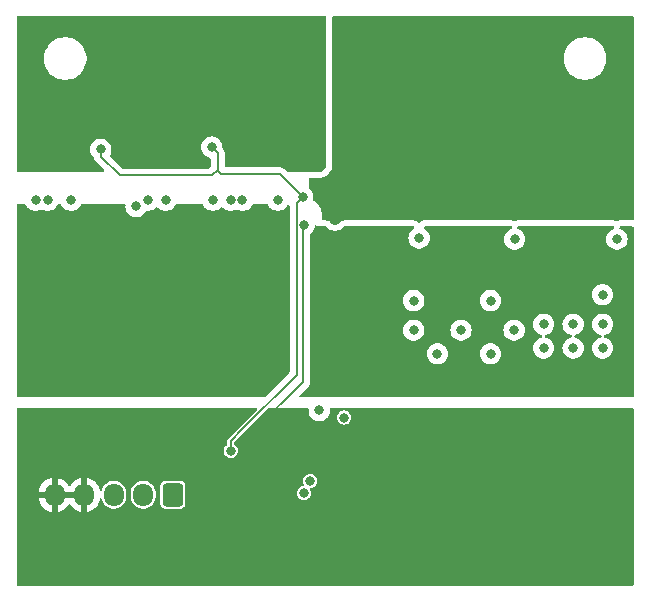
<source format=gbr>
%TF.GenerationSoftware,KiCad,Pcbnew,8.0.0*%
%TF.CreationDate,2024-03-24T11:48:13-04:00*%
%TF.ProjectId,coil-driver,636f696c-2d64-4726-9976-65722e6b6963,rev?*%
%TF.SameCoordinates,Original*%
%TF.FileFunction,Copper,L2,Inr*%
%TF.FilePolarity,Positive*%
%FSLAX46Y46*%
G04 Gerber Fmt 4.6, Leading zero omitted, Abs format (unit mm)*
G04 Created by KiCad (PCBNEW 8.0.0) date 2024-03-24 11:48:13*
%MOMM*%
%LPD*%
G01*
G04 APERTURE LIST*
G04 Aperture macros list*
%AMRoundRect*
0 Rectangle with rounded corners*
0 $1 Rounding radius*
0 $2 $3 $4 $5 $6 $7 $8 $9 X,Y pos of 4 corners*
0 Add a 4 corners polygon primitive as box body*
4,1,4,$2,$3,$4,$5,$6,$7,$8,$9,$2,$3,0*
0 Add four circle primitives for the rounded corners*
1,1,$1+$1,$2,$3*
1,1,$1+$1,$4,$5*
1,1,$1+$1,$6,$7*
1,1,$1+$1,$8,$9*
0 Add four rect primitives between the rounded corners*
20,1,$1+$1,$2,$3,$4,$5,0*
20,1,$1+$1,$4,$5,$6,$7,0*
20,1,$1+$1,$6,$7,$8,$9,0*
20,1,$1+$1,$8,$9,$2,$3,0*%
G04 Aperture macros list end*
%TA.AperFunction,ComponentPad*%
%ADD10RoundRect,0.250000X0.600000X0.725000X-0.600000X0.725000X-0.600000X-0.725000X0.600000X-0.725000X0*%
%TD*%
%TA.AperFunction,ComponentPad*%
%ADD11O,1.700000X1.950000*%
%TD*%
%TA.AperFunction,ComponentPad*%
%ADD12RoundRect,1.000000X-1.000000X2.000000X-1.000000X-2.000000X1.000000X-2.000000X1.000000X2.000000X0*%
%TD*%
%TA.AperFunction,ViaPad*%
%ADD13C,0.800000*%
%TD*%
%TA.AperFunction,Conductor*%
%ADD14C,0.160000*%
%TD*%
%TA.AperFunction,Conductor*%
%ADD15C,0.200000*%
%TD*%
G04 APERTURE END LIST*
D10*
%TO.N,/VDD_12V*%
%TO.C,J3*%
X109093828Y-138938060D03*
D11*
%TO.N,/drv_hi*%
X106593828Y-138938060D03*
%TO.N,/drv_li*%
X104093828Y-138938060D03*
%TO.N,GND*%
X101593828Y-138938060D03*
X99093828Y-138938060D03*
%TD*%
D12*
%TO.N,/hi*%
%TO.C,J6*%
X128500000Y-102500000D03*
%TD*%
%TO.N,/lo*%
%TO.C,J7*%
X114900000Y-103000000D03*
%TD*%
D13*
%TO.N,GND*%
X120232400Y-116100000D03*
X140500000Y-126500000D03*
X140500000Y-124500000D03*
X115000000Y-137300000D03*
X115000000Y-114000000D03*
X129500000Y-122500000D03*
X97500000Y-114000000D03*
X114000000Y-114000000D03*
X145500000Y-126500000D03*
X100500000Y-114000000D03*
X116900000Y-142500000D03*
X118000000Y-114000000D03*
X138000000Y-125000000D03*
X145500000Y-124500000D03*
X143000000Y-126500000D03*
X112500000Y-114000000D03*
X145500000Y-122000000D03*
X136000000Y-122500000D03*
X107000000Y-114000000D03*
X129500000Y-125000000D03*
X143000000Y-124500000D03*
X131500000Y-127000000D03*
X98500000Y-114000000D03*
X108500000Y-114000000D03*
X133500000Y-125000000D03*
X136000000Y-127000000D03*
X106000000Y-114525000D03*
%TO.N,/+VB*%
X124500000Y-117500000D03*
X141000000Y-117500000D03*
X111500000Y-121500000D03*
X142000000Y-119000000D03*
X101500000Y-119500000D03*
X142000000Y-120500000D03*
X117500000Y-123500000D03*
X124500000Y-122000000D03*
X109500000Y-119500000D03*
X141000000Y-119000000D03*
X133000000Y-120500000D03*
X113500000Y-123500000D03*
X109500000Y-123500000D03*
X127500000Y-117500000D03*
X133000000Y-119000000D03*
X124500000Y-119000000D03*
X105500000Y-119500000D03*
X99500000Y-121500000D03*
X107500000Y-121500000D03*
X141000000Y-120500000D03*
X105500000Y-123500000D03*
X135000000Y-117500000D03*
X133000000Y-117500000D03*
X101500000Y-123500000D03*
X124500000Y-120500000D03*
X127500000Y-120500000D03*
X127500000Y-119000000D03*
X142500000Y-117500000D03*
X135000000Y-120500000D03*
X135000000Y-119000000D03*
X127500000Y-122000000D03*
X97500000Y-123500000D03*
X115500000Y-121500000D03*
X103500000Y-121500000D03*
X97500000Y-119500000D03*
%TO.N,/drv_hi*%
X120736182Y-137763814D03*
%TO.N,/drv_li*%
X120200000Y-138800000D03*
%TO.N,Net-(U1-LO)*%
X120100000Y-113700000D03*
X103000000Y-109700000D03*
X114000000Y-135200000D03*
X112400000Y-109500000D03*
%TO.N,Net-(U1-HO)*%
X138050000Y-117300000D03*
X123600000Y-132400000D03*
X129950000Y-117200000D03*
X146700000Y-117300000D03*
%TO.N,/hi*%
X126500000Y-110000000D03*
X125500000Y-105000000D03*
X132500000Y-110000000D03*
X125500000Y-103500000D03*
X126500000Y-114000000D03*
X130500000Y-112000000D03*
X126500000Y-108000000D03*
X134500000Y-110000000D03*
X124000000Y-100500000D03*
X140500000Y-112000000D03*
X144500000Y-112000000D03*
X124000000Y-103500000D03*
X134500000Y-108000000D03*
X142500000Y-112000000D03*
X134500000Y-114000000D03*
X131500000Y-102000000D03*
X122840267Y-115695575D03*
X140500000Y-110000000D03*
X131500000Y-103500000D03*
X125500000Y-100500000D03*
X142500000Y-108000000D03*
X124000000Y-105000000D03*
X136500000Y-108000000D03*
X142500000Y-114000000D03*
X124500000Y-110000000D03*
X131500000Y-100500000D03*
X121500000Y-131800000D03*
X146500000Y-112000000D03*
X124500000Y-108000000D03*
X140500000Y-114000000D03*
X144500000Y-108000000D03*
X136500000Y-110000000D03*
X144500000Y-110000000D03*
X128500000Y-112000000D03*
X131500000Y-105000000D03*
X132500000Y-108000000D03*
X142500000Y-110000000D03*
X128500000Y-110000000D03*
X126500000Y-112000000D03*
X138500000Y-112000000D03*
X124500000Y-112000000D03*
X146500000Y-108000000D03*
X125500000Y-102000000D03*
X138500000Y-110000000D03*
X130500000Y-110000000D03*
X128500000Y-108000000D03*
X136500000Y-112000000D03*
X130500000Y-108000000D03*
X134500000Y-112000000D03*
X124000000Y-102000000D03*
X124500000Y-114000000D03*
X132500000Y-112000000D03*
X138500000Y-108000000D03*
X132500000Y-114000000D03*
X146500000Y-110000000D03*
X140500000Y-108000000D03*
%TO.N,/lo*%
X113500000Y-108500000D03*
X108500000Y-100500000D03*
X120000000Y-105000000D03*
X111500000Y-103500000D03*
X118500000Y-103500000D03*
X115500000Y-108500000D03*
X113500000Y-106500000D03*
X105500000Y-110500000D03*
X120000000Y-102000000D03*
X110000000Y-105000000D03*
X98500000Y-107500000D03*
X101000000Y-109000000D03*
X120000000Y-103500000D03*
X105500000Y-108500000D03*
X100000000Y-107500000D03*
X103500000Y-108500000D03*
X98000000Y-110500000D03*
X118500000Y-102000000D03*
X107500000Y-110500000D03*
X98000000Y-109000000D03*
X107500000Y-108500000D03*
X108500000Y-102000000D03*
X111500000Y-102000000D03*
X109500000Y-106500000D03*
X111500000Y-100500000D03*
X109500000Y-108500000D03*
X103500000Y-106500000D03*
X110000000Y-100500000D03*
X115500000Y-110500000D03*
X101000000Y-110500000D03*
X107500000Y-106500000D03*
X105500000Y-106500000D03*
X111500000Y-106500000D03*
X117500000Y-110500000D03*
X117500000Y-106500000D03*
X115500000Y-106500000D03*
X118500000Y-100500000D03*
X110000000Y-102000000D03*
X108500000Y-105000000D03*
X111500000Y-105000000D03*
X120000000Y-106500000D03*
X117500000Y-108500000D03*
X120000000Y-100500000D03*
X110000000Y-103500000D03*
X108500000Y-103500000D03*
X118500000Y-105000000D03*
%TD*%
D14*
%TO.N,GND*%
X120136677Y-121400019D02*
X120136677Y-116195723D01*
X120136677Y-116195723D02*
X120232400Y-116100000D01*
D15*
X115000000Y-134500000D02*
X115000000Y-137300000D01*
X115500000Y-134000000D02*
X115000000Y-134500000D01*
X120136677Y-129363323D02*
X115500000Y-134000000D01*
X120136677Y-121400019D02*
X120136677Y-129363323D01*
D14*
%TO.N,Net-(U1-LO)*%
X104600000Y-111900000D02*
X112399453Y-111900000D01*
X119600000Y-114200000D02*
X119600000Y-122200000D01*
D15*
X115000000Y-133400000D02*
X114000000Y-134400000D01*
D14*
X112400000Y-109500000D02*
X112899453Y-109999453D01*
X112399453Y-111900000D02*
X112899453Y-111400000D01*
X113200000Y-111800000D02*
X118200000Y-111800000D01*
D15*
X119600000Y-122200000D02*
X119600000Y-128800000D01*
X114000000Y-134400000D02*
X114000000Y-135200000D01*
D14*
X112899453Y-109999453D02*
X112899453Y-111400000D01*
X112899453Y-111400000D02*
X112899453Y-111499453D01*
X120100000Y-113700000D02*
X119600000Y-114200000D01*
X103000000Y-110300000D02*
X104600000Y-111900000D01*
X112899453Y-111499453D02*
X113200000Y-111800000D01*
X118200000Y-111800000D02*
X120100000Y-113700000D01*
X103000000Y-109700000D02*
X103000000Y-110300000D01*
D15*
X119600000Y-128800000D02*
X115000000Y-133400000D01*
%TD*%
%TA.AperFunction,Conductor*%
%TO.N,GND*%
G36*
X101151198Y-138754717D02*
G01*
X101118828Y-138875525D01*
X101118828Y-139000595D01*
X101151198Y-139121403D01*
X101189682Y-139188060D01*
X99497974Y-139188060D01*
X99536458Y-139121403D01*
X99568828Y-139000595D01*
X99568828Y-138875525D01*
X99536458Y-138754717D01*
X99497974Y-138688060D01*
X101189682Y-138688060D01*
X101151198Y-138754717D01*
G37*
%TD.AperFunction*%
%TA.AperFunction,Conductor*%
G36*
X116248703Y-131621674D02*
G01*
X116270377Y-131674000D01*
X116248703Y-131726326D01*
X113759540Y-134215488D01*
X113719979Y-134284009D01*
X113719977Y-134284014D01*
X113699500Y-134360435D01*
X113699500Y-134637175D01*
X113677826Y-134689501D01*
X113670548Y-134695883D01*
X113571720Y-134771715D01*
X113571715Y-134771720D01*
X113475464Y-134897158D01*
X113414955Y-135043238D01*
X113414955Y-135043239D01*
X113394318Y-135200000D01*
X113414955Y-135356760D01*
X113414955Y-135356761D01*
X113475464Y-135502841D01*
X113571715Y-135628279D01*
X113571720Y-135628284D01*
X113655345Y-135692451D01*
X113697159Y-135724536D01*
X113843238Y-135785044D01*
X114000000Y-135805682D01*
X114156762Y-135785044D01*
X114302841Y-135724536D01*
X114428282Y-135628282D01*
X114524536Y-135502841D01*
X114585044Y-135356762D01*
X114605682Y-135200000D01*
X114585044Y-135043238D01*
X114524536Y-134897159D01*
X114428282Y-134771718D01*
X114428279Y-134771715D01*
X114329452Y-134695883D01*
X114301133Y-134646834D01*
X114300500Y-134637175D01*
X114300500Y-134555123D01*
X114322174Y-134502797D01*
X117203297Y-131621674D01*
X117255623Y-131600000D01*
X120533375Y-131600000D01*
X120585701Y-131621674D01*
X120607375Y-131674000D01*
X120606970Y-131681731D01*
X120594540Y-131800000D01*
X120602471Y-131875464D01*
X120614327Y-131988261D01*
X120672819Y-132168280D01*
X120767464Y-132332213D01*
X120767467Y-132332216D01*
X120894131Y-132472890D01*
X121047266Y-132584149D01*
X121047271Y-132584152D01*
X121191682Y-132648448D01*
X121220197Y-132661144D01*
X121405354Y-132700500D01*
X121405355Y-132700500D01*
X121594645Y-132700500D01*
X121594646Y-132700500D01*
X121779803Y-132661144D01*
X121952730Y-132584151D01*
X122105871Y-132472888D01*
X122171500Y-132400000D01*
X122994318Y-132400000D01*
X123014955Y-132556760D01*
X123014955Y-132556761D01*
X123075464Y-132702841D01*
X123171715Y-132828279D01*
X123171720Y-132828284D01*
X123255345Y-132892451D01*
X123297159Y-132924536D01*
X123443238Y-132985044D01*
X123600000Y-133005682D01*
X123756762Y-132985044D01*
X123902841Y-132924536D01*
X124028282Y-132828282D01*
X124124536Y-132702841D01*
X124185044Y-132556762D01*
X124205682Y-132400000D01*
X124185044Y-132243238D01*
X124124536Y-132097159D01*
X124028282Y-131971718D01*
X124028279Y-131971715D01*
X123902841Y-131875464D01*
X123756761Y-131814955D01*
X123600000Y-131794318D01*
X123443239Y-131814955D01*
X123443238Y-131814955D01*
X123297158Y-131875464D01*
X123171720Y-131971715D01*
X123171715Y-131971720D01*
X123075464Y-132097158D01*
X123014955Y-132243238D01*
X123014955Y-132243239D01*
X122994318Y-132400000D01*
X122171500Y-132400000D01*
X122232533Y-132332216D01*
X122327179Y-132168284D01*
X122385674Y-131988256D01*
X122405460Y-131800000D01*
X122393030Y-131681734D01*
X122409116Y-131627430D01*
X122458890Y-131600405D01*
X122466625Y-131600000D01*
X148044500Y-131600000D01*
X148096826Y-131621674D01*
X148118500Y-131674000D01*
X148118500Y-146544500D01*
X148096826Y-146596826D01*
X148044500Y-146618500D01*
X95955500Y-146618500D01*
X95903174Y-146596826D01*
X95881500Y-146544500D01*
X95881500Y-139188060D01*
X97746798Y-139188060D01*
X97777070Y-139379185D01*
X97777072Y-139379196D01*
X97842732Y-139581277D01*
X97842734Y-139581281D01*
X97939203Y-139770610D01*
X97939206Y-139770616D01*
X98064102Y-139942521D01*
X98064111Y-139942531D01*
X98214357Y-140092777D01*
X98214366Y-140092785D01*
X98386271Y-140217681D01*
X98386277Y-140217684D01*
X98575606Y-140314153D01*
X98575610Y-140314155D01*
X98777691Y-140379815D01*
X98777705Y-140379818D01*
X98843828Y-140390290D01*
X98843828Y-139342205D01*
X98910485Y-139380690D01*
X99031293Y-139413060D01*
X99156363Y-139413060D01*
X99277171Y-139380690D01*
X99343828Y-139342205D01*
X99343828Y-140390289D01*
X99409950Y-140379818D01*
X99409964Y-140379815D01*
X99612045Y-140314155D01*
X99612049Y-140314153D01*
X99801378Y-140217684D01*
X99801384Y-140217681D01*
X99973289Y-140092785D01*
X99973299Y-140092777D01*
X100123545Y-139942531D01*
X100123553Y-139942521D01*
X100248447Y-139770618D01*
X100277893Y-139712829D01*
X100320961Y-139676046D01*
X100377423Y-139680489D01*
X100409763Y-139712829D01*
X100439208Y-139770618D01*
X100564102Y-139942521D01*
X100564111Y-139942531D01*
X100714357Y-140092777D01*
X100714366Y-140092785D01*
X100886271Y-140217681D01*
X100886277Y-140217684D01*
X101075606Y-140314153D01*
X101075610Y-140314155D01*
X101277691Y-140379815D01*
X101277705Y-140379818D01*
X101343828Y-140390290D01*
X101343828Y-139342205D01*
X101410485Y-139380690D01*
X101531293Y-139413060D01*
X101656363Y-139413060D01*
X101777171Y-139380690D01*
X101843828Y-139342205D01*
X101843828Y-140390289D01*
X101909950Y-140379818D01*
X101909964Y-140379815D01*
X102112045Y-140314155D01*
X102112049Y-140314153D01*
X102301378Y-140217684D01*
X102301384Y-140217681D01*
X102473289Y-140092785D01*
X102473299Y-140092777D01*
X102623545Y-139942531D01*
X102623553Y-139942521D01*
X102748449Y-139770616D01*
X102748452Y-139770610D01*
X102844921Y-139581281D01*
X102844923Y-139581277D01*
X102910583Y-139379196D01*
X102910586Y-139379183D01*
X102923355Y-139298562D01*
X102952948Y-139250271D01*
X103008020Y-139237049D01*
X103056311Y-139266642D01*
X103069022Y-139295701D01*
X103083696Y-139369474D01*
X103083698Y-139369480D01*
X103162887Y-139560658D01*
X103267563Y-139717319D01*
X103277851Y-139732715D01*
X103424173Y-139879037D01*
X103596230Y-139994001D01*
X103787408Y-140073190D01*
X103990363Y-140113560D01*
X103990364Y-140113560D01*
X104197292Y-140113560D01*
X104197293Y-140113560D01*
X104400248Y-140073190D01*
X104591426Y-139994001D01*
X104763483Y-139879037D01*
X104909805Y-139732715D01*
X105024769Y-139560658D01*
X105103958Y-139369480D01*
X105144328Y-139166525D01*
X105144328Y-139166524D01*
X105543328Y-139166524D01*
X105583696Y-139369473D01*
X105583698Y-139369480D01*
X105662887Y-139560658D01*
X105767563Y-139717319D01*
X105777851Y-139732715D01*
X105924173Y-139879037D01*
X106096230Y-139994001D01*
X106287408Y-140073190D01*
X106490363Y-140113560D01*
X106490364Y-140113560D01*
X106697292Y-140113560D01*
X106697293Y-140113560D01*
X106900248Y-140073190D01*
X107091426Y-139994001D01*
X107263483Y-139879037D01*
X107409805Y-139732715D01*
X107420088Y-139717326D01*
X108043328Y-139717326D01*
X108046182Y-139747759D01*
X108046182Y-139747761D01*
X108046183Y-139747764D01*
X108091034Y-139875941D01*
X108091035Y-139875943D01*
X108171674Y-139985206D01*
X108171681Y-139985213D01*
X108280944Y-140065852D01*
X108280946Y-140065853D01*
X108409123Y-140110704D01*
X108409129Y-140110706D01*
X108439562Y-140113560D01*
X108439569Y-140113560D01*
X109748086Y-140113560D01*
X109748094Y-140113560D01*
X109778527Y-140110706D01*
X109906710Y-140065853D01*
X110015978Y-139985210D01*
X110096621Y-139875942D01*
X110141474Y-139747759D01*
X110144328Y-139717326D01*
X110144328Y-138800000D01*
X119594318Y-138800000D01*
X119614955Y-138956760D01*
X119614955Y-138956761D01*
X119675464Y-139102841D01*
X119771715Y-139228279D01*
X119771720Y-139228284D01*
X119821710Y-139266642D01*
X119897159Y-139324536D01*
X120043238Y-139385044D01*
X120200000Y-139405682D01*
X120356762Y-139385044D01*
X120502841Y-139324536D01*
X120628282Y-139228282D01*
X120724536Y-139102841D01*
X120785044Y-138956762D01*
X120805682Y-138800000D01*
X120785044Y-138643238D01*
X120724536Y-138497159D01*
X120714658Y-138484286D01*
X120700000Y-138429581D01*
X120728318Y-138380531D01*
X120763707Y-138365872D01*
X120892944Y-138348858D01*
X121039023Y-138288350D01*
X121164464Y-138192096D01*
X121260718Y-138066655D01*
X121321226Y-137920576D01*
X121341864Y-137763814D01*
X121321226Y-137607052D01*
X121260718Y-137460973D01*
X121164464Y-137335532D01*
X121164461Y-137335529D01*
X121039023Y-137239278D01*
X120892943Y-137178769D01*
X120736182Y-137158132D01*
X120579421Y-137178769D01*
X120579420Y-137178769D01*
X120433340Y-137239278D01*
X120307902Y-137335529D01*
X120307897Y-137335534D01*
X120211646Y-137460972D01*
X120151137Y-137607052D01*
X120151137Y-137607053D01*
X120130500Y-137763814D01*
X120151137Y-137920574D01*
X120151137Y-137920575D01*
X120211646Y-138066655D01*
X120221522Y-138079526D01*
X120236181Y-138134233D01*
X120207862Y-138183282D01*
X120172473Y-138197941D01*
X120043239Y-138214955D01*
X120043238Y-138214955D01*
X119897158Y-138275464D01*
X119771720Y-138371715D01*
X119771715Y-138371720D01*
X119675464Y-138497158D01*
X119614955Y-138643238D01*
X119614955Y-138643239D01*
X119594318Y-138800000D01*
X110144328Y-138800000D01*
X110144328Y-138158794D01*
X110141474Y-138128361D01*
X110096621Y-138000178D01*
X110094337Y-137997083D01*
X110015981Y-137890913D01*
X110015974Y-137890906D01*
X109906711Y-137810267D01*
X109906709Y-137810266D01*
X109778532Y-137765415D01*
X109778533Y-137765415D01*
X109778528Y-137765414D01*
X109778527Y-137765414D01*
X109748094Y-137762560D01*
X108439562Y-137762560D01*
X108409129Y-137765414D01*
X108409127Y-137765414D01*
X108409123Y-137765415D01*
X108280946Y-137810266D01*
X108280944Y-137810267D01*
X108171681Y-137890906D01*
X108171674Y-137890913D01*
X108091035Y-138000176D01*
X108091034Y-138000178D01*
X108046183Y-138128355D01*
X108046182Y-138128359D01*
X108046182Y-138128361D01*
X108043328Y-138158794D01*
X108043328Y-139717326D01*
X107420088Y-139717326D01*
X107524769Y-139560658D01*
X107603958Y-139369480D01*
X107644328Y-139166525D01*
X107644328Y-138709595D01*
X107603958Y-138506640D01*
X107524769Y-138315462D01*
X107409805Y-138143405D01*
X107263483Y-137997083D01*
X107168470Y-137933598D01*
X107091426Y-137882119D01*
X106900248Y-137802930D01*
X106900241Y-137802928D01*
X106747344Y-137772515D01*
X106697293Y-137762560D01*
X106490363Y-137762560D01*
X106476010Y-137765415D01*
X106287414Y-137802928D01*
X106287407Y-137802930D01*
X106096229Y-137882119D01*
X105924173Y-137997082D01*
X105924172Y-137997084D01*
X105777852Y-138143404D01*
X105777850Y-138143405D01*
X105662887Y-138315461D01*
X105583698Y-138506639D01*
X105583696Y-138506646D01*
X105543328Y-138709595D01*
X105543328Y-139166524D01*
X105144328Y-139166524D01*
X105144328Y-138709595D01*
X105103958Y-138506640D01*
X105024769Y-138315462D01*
X104909805Y-138143405D01*
X104763483Y-137997083D01*
X104668470Y-137933598D01*
X104591426Y-137882119D01*
X104400248Y-137802930D01*
X104400241Y-137802928D01*
X104247344Y-137772515D01*
X104197293Y-137762560D01*
X103990363Y-137762560D01*
X103976010Y-137765415D01*
X103787414Y-137802928D01*
X103787407Y-137802930D01*
X103596229Y-137882119D01*
X103424173Y-137997082D01*
X103424172Y-137997084D01*
X103277852Y-138143404D01*
X103277850Y-138143405D01*
X103162887Y-138315461D01*
X103083698Y-138506639D01*
X103083696Y-138506645D01*
X103069022Y-138580418D01*
X103037556Y-138627510D01*
X102982007Y-138638559D01*
X102934915Y-138607093D01*
X102923355Y-138577557D01*
X102910586Y-138496936D01*
X102910583Y-138496923D01*
X102844923Y-138294842D01*
X102844921Y-138294838D01*
X102748452Y-138105509D01*
X102748449Y-138105503D01*
X102623553Y-137933598D01*
X102623545Y-137933589D01*
X102473299Y-137783343D01*
X102473289Y-137783334D01*
X102301384Y-137658438D01*
X102301378Y-137658435D01*
X102112049Y-137561966D01*
X102112045Y-137561964D01*
X101909964Y-137496304D01*
X101909953Y-137496302D01*
X101843828Y-137485828D01*
X101843828Y-138533914D01*
X101777171Y-138495430D01*
X101656363Y-138463060D01*
X101531293Y-138463060D01*
X101410485Y-138495430D01*
X101343828Y-138533914D01*
X101343828Y-137485828D01*
X101277702Y-137496302D01*
X101277691Y-137496304D01*
X101075610Y-137561964D01*
X101075606Y-137561966D01*
X100886277Y-137658435D01*
X100886271Y-137658438D01*
X100714366Y-137783334D01*
X100564102Y-137933598D01*
X100439206Y-138105503D01*
X100439205Y-138105504D01*
X100409762Y-138163290D01*
X100366694Y-138200072D01*
X100310232Y-138195628D01*
X100277894Y-138163290D01*
X100248450Y-138105504D01*
X100248449Y-138105503D01*
X100123553Y-137933598D01*
X100123545Y-137933589D01*
X99973299Y-137783343D01*
X99973289Y-137783334D01*
X99801384Y-137658438D01*
X99801378Y-137658435D01*
X99612049Y-137561966D01*
X99612045Y-137561964D01*
X99409964Y-137496304D01*
X99409953Y-137496302D01*
X99343828Y-137485828D01*
X99343828Y-138533914D01*
X99277171Y-138495430D01*
X99156363Y-138463060D01*
X99031293Y-138463060D01*
X98910485Y-138495430D01*
X98843828Y-138533914D01*
X98843828Y-137485828D01*
X98777702Y-137496302D01*
X98777691Y-137496304D01*
X98575610Y-137561964D01*
X98575606Y-137561966D01*
X98386277Y-137658435D01*
X98386271Y-137658438D01*
X98214366Y-137783334D01*
X98064102Y-137933598D01*
X97939206Y-138105503D01*
X97939203Y-138105509D01*
X97842734Y-138294838D01*
X97842732Y-138294842D01*
X97777072Y-138496923D01*
X97777070Y-138496934D01*
X97746798Y-138688060D01*
X98689682Y-138688060D01*
X98651198Y-138754717D01*
X98618828Y-138875525D01*
X98618828Y-139000595D01*
X98651198Y-139121403D01*
X98689682Y-139188060D01*
X97746798Y-139188060D01*
X95881500Y-139188060D01*
X95881500Y-131674000D01*
X95903174Y-131621674D01*
X95955500Y-131600000D01*
X116196377Y-131600000D01*
X116248703Y-131621674D01*
G37*
%TD.AperFunction*%
%TD*%
%TA.AperFunction,Conductor*%
%TO.N,/hi*%
G36*
X148061539Y-98401185D02*
G01*
X148107294Y-98453989D01*
X148118500Y-98505500D01*
X148118500Y-115570519D01*
X148098815Y-115637558D01*
X148046011Y-115683313D01*
X147993901Y-115693787D01*
X147993901Y-115694500D01*
X147026694Y-115694500D01*
X146916898Y-115706568D01*
X146916883Y-115706571D01*
X146864327Y-115718266D01*
X146864310Y-115718271D01*
X146759755Y-115753902D01*
X146752723Y-115757339D01*
X146751886Y-115755627D01*
X146694789Y-115772972D01*
X146642122Y-115761771D01*
X146582767Y-115734664D01*
X146582762Y-115734662D01*
X146582761Y-115734662D01*
X146526923Y-115718266D01*
X146515719Y-115714976D01*
X146457238Y-115706568D01*
X146373302Y-115694500D01*
X138376698Y-115694500D01*
X138376694Y-115694500D01*
X138266898Y-115706568D01*
X138266883Y-115706571D01*
X138214327Y-115718266D01*
X138214310Y-115718271D01*
X138109755Y-115753902D01*
X138102723Y-115757339D01*
X138101886Y-115755627D01*
X138044789Y-115772972D01*
X137992122Y-115761771D01*
X137932767Y-115734664D01*
X137932762Y-115734662D01*
X137932761Y-115734662D01*
X137876923Y-115718266D01*
X137865719Y-115714976D01*
X137807238Y-115706568D01*
X137723302Y-115694500D01*
X130487272Y-115694500D01*
X130487264Y-115694500D01*
X130429653Y-115697795D01*
X130429646Y-115697795D01*
X130429642Y-115697796D01*
X130424602Y-115698374D01*
X130401563Y-115701017D01*
X130401553Y-115701019D01*
X130344694Y-115710859D01*
X130344687Y-115710861D01*
X130210612Y-115763061D01*
X130210608Y-115763063D01*
X130149780Y-115797415D01*
X130149776Y-115797417D01*
X130149776Y-115797418D01*
X130035838Y-115885277D01*
X130035837Y-115885278D01*
X130028815Y-115890693D01*
X130027982Y-115889613D01*
X129975204Y-115919409D01*
X129905449Y-115915411D01*
X129866064Y-115890491D01*
X129865144Y-115891553D01*
X129861800Y-115888655D01*
X129861798Y-115888653D01*
X129753064Y-115794433D01*
X129753061Y-115794431D01*
X129753059Y-115794430D01*
X129622193Y-115734664D01*
X129622188Y-115734662D01*
X129622187Y-115734662D01*
X129566349Y-115718266D01*
X129555145Y-115714976D01*
X129496664Y-115706568D01*
X129412728Y-115694500D01*
X123653031Y-115694500D01*
X123585862Y-115698983D01*
X123585837Y-115698985D01*
X123553199Y-115703361D01*
X123553190Y-115703362D01*
X123487219Y-115716729D01*
X123487214Y-115716731D01*
X123401543Y-115753901D01*
X123355224Y-115773997D01*
X123355222Y-115773997D01*
X123355220Y-115773999D01*
X123328894Y-115790218D01*
X123300402Y-115807770D01*
X123298574Y-115808788D01*
X123295730Y-115810648D01*
X123185223Y-115902779D01*
X123150398Y-115941457D01*
X123114755Y-115981043D01*
X123114750Y-115981048D01*
X123095488Y-115998391D01*
X123049394Y-116031880D01*
X123026946Y-116044840D01*
X122974904Y-116068010D01*
X122950253Y-116076020D01*
X122913057Y-116083927D01*
X122894530Y-116087865D01*
X122868749Y-116090575D01*
X122811783Y-116090575D01*
X122786003Y-116087865D01*
X122764251Y-116083241D01*
X122730277Y-116076020D01*
X122705623Y-116068009D01*
X122653592Y-116044843D01*
X122631143Y-116031883D01*
X122585043Y-115998390D01*
X122565778Y-115981043D01*
X122495309Y-115902778D01*
X122447017Y-115855847D01*
X122421918Y-115834515D01*
X122367843Y-115794435D01*
X122358609Y-115790218D01*
X122296321Y-115761771D01*
X122236965Y-115734663D01*
X122169920Y-115714976D01*
X122111439Y-115706568D01*
X122027503Y-115694500D01*
X122027501Y-115694500D01*
X121822387Y-115694500D01*
X121755348Y-115674815D01*
X121709593Y-115622011D01*
X121699649Y-115552854D01*
X121701515Y-115539871D01*
X121705500Y-115512157D01*
X121705500Y-115115232D01*
X121704417Y-115082167D01*
X121703356Y-115065981D01*
X121700114Y-115033061D01*
X121686268Y-114927897D01*
X121673367Y-114863045D01*
X121664989Y-114831779D01*
X121643737Y-114769171D01*
X121643733Y-114769162D01*
X121643733Y-114769160D01*
X121606286Y-114678755D01*
X121606282Y-114678746D01*
X121577039Y-114619446D01*
X121560854Y-114591412D01*
X121560834Y-114591382D01*
X121524123Y-114536438D01*
X121524112Y-114536423D01*
X121459542Y-114452275D01*
X121459536Y-114452267D01*
X121438547Y-114426692D01*
X121427852Y-114414497D01*
X121427839Y-114414482D01*
X121405246Y-114390361D01*
X121119102Y-114104217D01*
X121067478Y-114059158D01*
X121067470Y-114059152D01*
X121040781Y-114038874D01*
X121040774Y-114038869D01*
X121040766Y-114038863D01*
X121040752Y-114038854D01*
X121040738Y-114038844D01*
X121034058Y-114034449D01*
X120988872Y-113981158D01*
X120979670Y-113911897D01*
X120984280Y-113892545D01*
X120985674Y-113888256D01*
X121005460Y-113700000D01*
X120985674Y-113511744D01*
X120927179Y-113331716D01*
X120832533Y-113167784D01*
X120782922Y-113112686D01*
X120705876Y-113027116D01*
X120705871Y-113027112D01*
X120651113Y-112987327D01*
X120608448Y-112931997D01*
X120600000Y-112887010D01*
X120600000Y-112229500D01*
X120619685Y-112162461D01*
X120672489Y-112116706D01*
X120724000Y-112105500D01*
X121484753Y-112105500D01*
X121484767Y-112105500D01*
X121517836Y-112104417D01*
X121534020Y-112103356D01*
X121566935Y-112100114D01*
X121672101Y-112086268D01*
X121736954Y-112073367D01*
X121768220Y-112064989D01*
X121830828Y-112043737D01*
X121921253Y-112006282D01*
X121980553Y-111977039D01*
X122008587Y-111960854D01*
X122035501Y-111942870D01*
X122063560Y-111924123D01*
X122063575Y-111924112D01*
X122123399Y-111878207D01*
X122147732Y-111859536D01*
X122173307Y-111838547D01*
X122185502Y-111827852D01*
X122191640Y-111822103D01*
X122209637Y-111805246D01*
X122305246Y-111709637D01*
X122327839Y-111685516D01*
X122327840Y-111685514D01*
X122327852Y-111685502D01*
X122338547Y-111673307D01*
X122359536Y-111647732D01*
X122424115Y-111563571D01*
X122424115Y-111563569D01*
X122424123Y-111563560D01*
X122445980Y-111530847D01*
X122460854Y-111508587D01*
X122477039Y-111480553D01*
X122506282Y-111421253D01*
X122543737Y-111330828D01*
X122564989Y-111268220D01*
X122573367Y-111236954D01*
X122586268Y-111172102D01*
X122600114Y-111066938D01*
X122603356Y-111034018D01*
X122604417Y-111017832D01*
X122605500Y-110984767D01*
X122605500Y-102118011D01*
X142199500Y-102118011D01*
X142230307Y-102352014D01*
X142289786Y-102573991D01*
X142291394Y-102579993D01*
X142381714Y-102798045D01*
X142381719Y-102798056D01*
X142452677Y-102920957D01*
X142499727Y-103002450D01*
X142499729Y-103002453D01*
X142499730Y-103002454D01*
X142643406Y-103189697D01*
X142643412Y-103189704D01*
X142810295Y-103356587D01*
X142810301Y-103356592D01*
X142997550Y-103500273D01*
X143128918Y-103576118D01*
X143201943Y-103618280D01*
X143201948Y-103618282D01*
X143201951Y-103618284D01*
X143420007Y-103708606D01*
X143647986Y-103769693D01*
X143881989Y-103800500D01*
X143881996Y-103800500D01*
X144118004Y-103800500D01*
X144118011Y-103800500D01*
X144352014Y-103769693D01*
X144579993Y-103708606D01*
X144798049Y-103618284D01*
X145002450Y-103500273D01*
X145189699Y-103356592D01*
X145356592Y-103189699D01*
X145500273Y-103002450D01*
X145618284Y-102798049D01*
X145708606Y-102579993D01*
X145769693Y-102352014D01*
X145800500Y-102118011D01*
X145800500Y-101881989D01*
X145769693Y-101647986D01*
X145708606Y-101420007D01*
X145618284Y-101201951D01*
X145618282Y-101201948D01*
X145618280Y-101201943D01*
X145576118Y-101128918D01*
X145500273Y-100997550D01*
X145356592Y-100810301D01*
X145356587Y-100810295D01*
X145189704Y-100643412D01*
X145189697Y-100643406D01*
X145002454Y-100499730D01*
X145002453Y-100499729D01*
X145002450Y-100499727D01*
X144920957Y-100452677D01*
X144798056Y-100381719D01*
X144798045Y-100381714D01*
X144579993Y-100291394D01*
X144352010Y-100230306D01*
X144118020Y-100199501D01*
X144118017Y-100199500D01*
X144118011Y-100199500D01*
X143881989Y-100199500D01*
X143881983Y-100199500D01*
X143881979Y-100199501D01*
X143647989Y-100230306D01*
X143420006Y-100291394D01*
X143201954Y-100381714D01*
X143201943Y-100381719D01*
X142997545Y-100499730D01*
X142810302Y-100643406D01*
X142810295Y-100643412D01*
X142643412Y-100810295D01*
X142643406Y-100810302D01*
X142499730Y-100997545D01*
X142381719Y-101201943D01*
X142381714Y-101201954D01*
X142291394Y-101420006D01*
X142230306Y-101647989D01*
X142217296Y-101746811D01*
X142199500Y-101881989D01*
X142199500Y-102118011D01*
X122605500Y-102118011D01*
X122605500Y-98508125D01*
X122605500Y-98506094D01*
X122606418Y-98506094D01*
X122623076Y-98441830D01*
X122674390Y-98394410D01*
X122729481Y-98381500D01*
X147994500Y-98381500D01*
X148061539Y-98401185D01*
G37*
%TD.AperFunction*%
%TD*%
%TA.AperFunction,Conductor*%
%TO.N,/lo*%
G36*
X122042693Y-98401185D02*
G01*
X122088448Y-98453989D01*
X122098590Y-98489294D01*
X122098937Y-98491930D01*
X122100000Y-98508125D01*
X122100000Y-110984767D01*
X122098939Y-111000953D01*
X122085093Y-111106117D01*
X122076715Y-111137383D01*
X122039260Y-111227808D01*
X122023075Y-111255842D01*
X121958496Y-111340003D01*
X121947801Y-111352198D01*
X121852198Y-111447801D01*
X121840003Y-111458496D01*
X121755842Y-111523075D01*
X121727808Y-111539260D01*
X121637383Y-111576715D01*
X121606117Y-111585093D01*
X121512291Y-111597446D01*
X121500951Y-111598939D01*
X121484767Y-111600000D01*
X118872313Y-111600000D01*
X118805274Y-111580315D01*
X118784632Y-111563681D01*
X118556437Y-111335486D01*
X118556436Y-111335485D01*
X118556435Y-111335484D01*
X118424067Y-111259061D01*
X118424066Y-111259060D01*
X118387154Y-111249170D01*
X118350244Y-111239280D01*
X118350241Y-111239279D01*
X118307430Y-111227808D01*
X118276425Y-111219500D01*
X118276424Y-111219500D01*
X113603953Y-111219500D01*
X113536914Y-111199815D01*
X113491159Y-111147011D01*
X113479953Y-111095500D01*
X113479953Y-109923031D01*
X113479953Y-109923029D01*
X113454471Y-109827930D01*
X113440393Y-109775388D01*
X113408126Y-109719500D01*
X113363969Y-109643018D01*
X113339244Y-109618293D01*
X113305759Y-109556970D01*
X113303605Y-109517647D01*
X113305460Y-109500002D01*
X113305460Y-109500000D01*
X113285674Y-109311744D01*
X113227179Y-109131716D01*
X113132533Y-108967784D01*
X113005871Y-108827112D01*
X113005870Y-108827111D01*
X112852734Y-108715851D01*
X112852729Y-108715848D01*
X112679807Y-108638857D01*
X112679802Y-108638855D01*
X112534001Y-108607865D01*
X112494646Y-108599500D01*
X112305354Y-108599500D01*
X112272897Y-108606398D01*
X112120197Y-108638855D01*
X112120192Y-108638857D01*
X111947270Y-108715848D01*
X111947265Y-108715851D01*
X111794129Y-108827111D01*
X111667466Y-108967785D01*
X111572821Y-109131715D01*
X111572818Y-109131722D01*
X111514327Y-109311740D01*
X111514326Y-109311744D01*
X111494540Y-109500000D01*
X111514326Y-109688256D01*
X111514327Y-109688259D01*
X111572818Y-109868277D01*
X111572821Y-109868284D01*
X111667467Y-110032216D01*
X111699943Y-110068284D01*
X111794129Y-110172888D01*
X111947265Y-110284148D01*
X111947270Y-110284151D01*
X112120191Y-110361142D01*
X112120193Y-110361142D01*
X112120197Y-110361144D01*
X112220737Y-110382514D01*
X112282215Y-110415705D01*
X112315992Y-110476867D01*
X112318953Y-110503803D01*
X112318953Y-111108187D01*
X112299268Y-111175226D01*
X112282634Y-111195868D01*
X112195321Y-111283181D01*
X112133998Y-111316666D01*
X112107640Y-111319500D01*
X104891813Y-111319500D01*
X104824774Y-111299815D01*
X104804132Y-111283181D01*
X103807365Y-110286414D01*
X103773880Y-110225091D01*
X103778864Y-110155399D01*
X103787653Y-110136743D01*
X103827179Y-110068284D01*
X103885674Y-109888256D01*
X103905460Y-109700000D01*
X103885674Y-109511744D01*
X103827179Y-109331716D01*
X103732533Y-109167784D01*
X103605871Y-109027112D01*
X103605870Y-109027111D01*
X103452734Y-108915851D01*
X103452729Y-108915848D01*
X103279807Y-108838857D01*
X103279802Y-108838855D01*
X103134001Y-108807865D01*
X103094646Y-108799500D01*
X102905354Y-108799500D01*
X102872897Y-108806398D01*
X102720197Y-108838855D01*
X102720192Y-108838857D01*
X102547270Y-108915848D01*
X102547265Y-108915851D01*
X102394129Y-109027111D01*
X102267466Y-109167785D01*
X102172821Y-109331715D01*
X102172818Y-109331722D01*
X102118142Y-109500000D01*
X102114326Y-109511744D01*
X102094540Y-109700000D01*
X102114326Y-109888256D01*
X102114327Y-109888259D01*
X102172818Y-110068277D01*
X102172819Y-110068279D01*
X102172821Y-110068284D01*
X102267467Y-110232216D01*
X102311588Y-110281218D01*
X102394123Y-110372883D01*
X102398953Y-110377231D01*
X102396949Y-110379456D01*
X102431663Y-110424612D01*
X102435819Y-110437334D01*
X102459059Y-110524063D01*
X102459059Y-110524064D01*
X102459060Y-110524065D01*
X102503190Y-110600500D01*
X102535482Y-110656432D01*
X102535487Y-110656438D01*
X103267368Y-111388319D01*
X103300853Y-111449642D01*
X103295869Y-111519334D01*
X103253997Y-111575267D01*
X103188533Y-111599684D01*
X103179687Y-111600000D01*
X96008126Y-111600000D01*
X95991928Y-111598937D01*
X95989302Y-111598591D01*
X95925408Y-111570318D01*
X95886943Y-111511990D01*
X95881500Y-111475654D01*
X95881500Y-102118004D01*
X98199500Y-102118004D01*
X98199501Y-102118020D01*
X98230306Y-102352010D01*
X98291394Y-102579993D01*
X98381714Y-102798045D01*
X98381719Y-102798056D01*
X98452677Y-102920957D01*
X98499727Y-103002450D01*
X98499729Y-103002453D01*
X98499730Y-103002454D01*
X98643406Y-103189697D01*
X98643412Y-103189704D01*
X98810295Y-103356587D01*
X98810301Y-103356592D01*
X98997550Y-103500273D01*
X99128918Y-103576118D01*
X99201943Y-103618280D01*
X99201948Y-103618282D01*
X99201951Y-103618284D01*
X99420007Y-103708606D01*
X99647986Y-103769693D01*
X99881989Y-103800500D01*
X99881996Y-103800500D01*
X100118004Y-103800500D01*
X100118011Y-103800500D01*
X100352014Y-103769693D01*
X100579993Y-103708606D01*
X100798049Y-103618284D01*
X101002450Y-103500273D01*
X101189699Y-103356592D01*
X101356592Y-103189699D01*
X101500273Y-103002450D01*
X101618284Y-102798049D01*
X101708606Y-102579993D01*
X101769693Y-102352014D01*
X101800500Y-102118011D01*
X101800500Y-101881989D01*
X101769693Y-101647986D01*
X101708606Y-101420007D01*
X101618284Y-101201951D01*
X101618282Y-101201948D01*
X101618280Y-101201943D01*
X101576118Y-101128918D01*
X101500273Y-100997550D01*
X101356592Y-100810301D01*
X101356587Y-100810295D01*
X101189704Y-100643412D01*
X101189697Y-100643406D01*
X101002454Y-100499730D01*
X101002453Y-100499729D01*
X101002450Y-100499727D01*
X100920957Y-100452677D01*
X100798056Y-100381719D01*
X100798045Y-100381714D01*
X100579993Y-100291394D01*
X100352010Y-100230306D01*
X100118020Y-100199501D01*
X100118017Y-100199500D01*
X100118011Y-100199500D01*
X99881989Y-100199500D01*
X99881983Y-100199500D01*
X99881979Y-100199501D01*
X99647989Y-100230306D01*
X99420006Y-100291394D01*
X99201954Y-100381714D01*
X99201943Y-100381719D01*
X98997545Y-100499730D01*
X98810302Y-100643406D01*
X98810295Y-100643412D01*
X98643412Y-100810295D01*
X98643406Y-100810302D01*
X98499730Y-100997545D01*
X98381719Y-101201943D01*
X98381714Y-101201954D01*
X98291394Y-101420006D01*
X98230306Y-101647989D01*
X98199501Y-101881979D01*
X98199500Y-101881995D01*
X98199500Y-102118004D01*
X95881500Y-102118004D01*
X95881500Y-98505500D01*
X95901185Y-98438461D01*
X95953989Y-98392706D01*
X96005500Y-98381500D01*
X121975654Y-98381500D01*
X122042693Y-98401185D01*
G37*
%TD.AperFunction*%
%TD*%
%TA.AperFunction,Conductor*%
%TO.N,/+VB*%
G36*
X96628932Y-114319685D02*
G01*
X96667302Y-114363966D01*
X96669572Y-114362656D01*
X96672820Y-114368282D01*
X96672821Y-114368284D01*
X96767467Y-114532216D01*
X96861707Y-114636880D01*
X96894129Y-114672888D01*
X97047265Y-114784148D01*
X97047270Y-114784151D01*
X97220192Y-114861142D01*
X97220197Y-114861144D01*
X97405354Y-114900500D01*
X97405355Y-114900500D01*
X97594644Y-114900500D01*
X97594646Y-114900500D01*
X97779803Y-114861144D01*
X97949566Y-114785559D01*
X98018813Y-114776275D01*
X98050430Y-114785557D01*
X98220197Y-114861144D01*
X98405354Y-114900500D01*
X98405355Y-114900500D01*
X98594644Y-114900500D01*
X98594646Y-114900500D01*
X98779803Y-114861144D01*
X98952730Y-114784151D01*
X99105871Y-114672888D01*
X99232533Y-114532216D01*
X99327179Y-114368284D01*
X99327179Y-114368282D01*
X99330428Y-114362656D01*
X99332892Y-114364079D01*
X99370068Y-114320334D01*
X99436915Y-114300006D01*
X99438107Y-114300000D01*
X99561893Y-114300000D01*
X99628932Y-114319685D01*
X99667302Y-114363966D01*
X99669572Y-114362656D01*
X99672820Y-114368282D01*
X99672821Y-114368284D01*
X99767467Y-114532216D01*
X99861707Y-114636880D01*
X99894129Y-114672888D01*
X100047265Y-114784148D01*
X100047270Y-114784151D01*
X100220192Y-114861142D01*
X100220197Y-114861144D01*
X100405354Y-114900500D01*
X100405355Y-114900500D01*
X100594644Y-114900500D01*
X100594646Y-114900500D01*
X100779803Y-114861144D01*
X100952730Y-114784151D01*
X101105871Y-114672888D01*
X101232533Y-114532216D01*
X101327179Y-114368284D01*
X101327179Y-114368282D01*
X101330428Y-114362656D01*
X101332892Y-114364079D01*
X101370068Y-114320334D01*
X101436915Y-114300006D01*
X101438107Y-114300000D01*
X104980473Y-114300000D01*
X105047512Y-114319685D01*
X105093267Y-114372489D01*
X105103793Y-114436958D01*
X105094540Y-114525000D01*
X105114326Y-114713256D01*
X105114327Y-114713259D01*
X105172818Y-114893277D01*
X105172821Y-114893284D01*
X105267467Y-115057216D01*
X105319705Y-115115232D01*
X105394129Y-115197888D01*
X105547265Y-115309148D01*
X105547270Y-115309151D01*
X105720192Y-115386142D01*
X105720197Y-115386144D01*
X105905354Y-115425500D01*
X105905355Y-115425500D01*
X106094644Y-115425500D01*
X106094646Y-115425500D01*
X106279803Y-115386144D01*
X106452730Y-115309151D01*
X106605871Y-115197888D01*
X106732533Y-115057216D01*
X106787461Y-114962076D01*
X106838026Y-114913863D01*
X106898855Y-114902138D01*
X106898855Y-114900500D01*
X107094644Y-114900500D01*
X107094646Y-114900500D01*
X107279803Y-114861144D01*
X107452730Y-114784151D01*
X107605871Y-114672888D01*
X107657851Y-114615158D01*
X107717336Y-114578510D01*
X107787193Y-114579840D01*
X107842148Y-114615158D01*
X107894129Y-114672888D01*
X108047265Y-114784148D01*
X108047270Y-114784151D01*
X108220192Y-114861142D01*
X108220197Y-114861144D01*
X108405354Y-114900500D01*
X108405355Y-114900500D01*
X108594644Y-114900500D01*
X108594646Y-114900500D01*
X108779803Y-114861144D01*
X108952730Y-114784151D01*
X109105871Y-114672888D01*
X109232533Y-114532216D01*
X109327179Y-114368284D01*
X109327179Y-114368282D01*
X109330428Y-114362656D01*
X109332892Y-114364079D01*
X109370068Y-114320334D01*
X109436915Y-114300006D01*
X109438107Y-114300000D01*
X111561893Y-114300000D01*
X111628932Y-114319685D01*
X111667302Y-114363966D01*
X111669572Y-114362656D01*
X111672820Y-114368282D01*
X111672821Y-114368284D01*
X111767467Y-114532216D01*
X111861707Y-114636880D01*
X111894129Y-114672888D01*
X112047265Y-114784148D01*
X112047270Y-114784151D01*
X112220192Y-114861142D01*
X112220197Y-114861144D01*
X112405354Y-114900500D01*
X112405355Y-114900500D01*
X112594644Y-114900500D01*
X112594646Y-114900500D01*
X112779803Y-114861144D01*
X112952730Y-114784151D01*
X113105871Y-114672888D01*
X113157851Y-114615158D01*
X113217336Y-114578510D01*
X113287193Y-114579840D01*
X113342148Y-114615158D01*
X113394129Y-114672888D01*
X113547265Y-114784148D01*
X113547270Y-114784151D01*
X113720192Y-114861142D01*
X113720197Y-114861144D01*
X113905354Y-114900500D01*
X113905355Y-114900500D01*
X114094644Y-114900500D01*
X114094646Y-114900500D01*
X114279803Y-114861144D01*
X114449566Y-114785559D01*
X114518813Y-114776275D01*
X114550430Y-114785557D01*
X114720197Y-114861144D01*
X114905354Y-114900500D01*
X114905355Y-114900500D01*
X115094644Y-114900500D01*
X115094646Y-114900500D01*
X115279803Y-114861144D01*
X115452730Y-114784151D01*
X115605871Y-114672888D01*
X115732533Y-114532216D01*
X115827179Y-114368284D01*
X115827179Y-114368282D01*
X115830428Y-114362656D01*
X115832892Y-114364079D01*
X115870068Y-114320334D01*
X115936915Y-114300006D01*
X115938107Y-114300000D01*
X117061893Y-114300000D01*
X117128932Y-114319685D01*
X117167302Y-114363966D01*
X117169572Y-114362656D01*
X117172820Y-114368282D01*
X117172821Y-114368284D01*
X117267467Y-114532216D01*
X117361707Y-114636880D01*
X117394129Y-114672888D01*
X117547265Y-114784148D01*
X117547270Y-114784151D01*
X117720192Y-114861142D01*
X117720197Y-114861144D01*
X117905354Y-114900500D01*
X117905355Y-114900500D01*
X118094644Y-114900500D01*
X118094646Y-114900500D01*
X118279803Y-114861144D01*
X118452730Y-114784151D01*
X118605871Y-114672888D01*
X118732533Y-114532216D01*
X118760283Y-114484152D01*
X118788113Y-114435949D01*
X118838679Y-114387733D01*
X118907286Y-114374509D01*
X118972151Y-114400477D01*
X119012680Y-114457391D01*
X119019500Y-114497948D01*
X119019500Y-122029976D01*
X119015275Y-122062068D01*
X118999500Y-122120941D01*
X118999500Y-128499903D01*
X118979815Y-128566942D01*
X118963181Y-128587584D01*
X116887084Y-130663681D01*
X116825761Y-130697166D01*
X116799403Y-130700000D01*
X96008126Y-130700000D01*
X95991928Y-130698937D01*
X95989302Y-130698591D01*
X95925408Y-130670318D01*
X95886943Y-130611990D01*
X95881500Y-130575654D01*
X95881500Y-114424345D01*
X95901185Y-114357306D01*
X95953989Y-114311551D01*
X95989330Y-114301404D01*
X95991967Y-114301057D01*
X96008124Y-114300000D01*
X96561893Y-114300000D01*
X96628932Y-114319685D01*
G37*
%TD.AperFunction*%
%TA.AperFunction,Conductor*%
G36*
X121200000Y-116200000D02*
G01*
X121700000Y-116200000D01*
X122027503Y-116200000D01*
X122094542Y-116219685D01*
X122119651Y-116241026D01*
X122161926Y-116287977D01*
X122234396Y-116368463D01*
X122387532Y-116479723D01*
X122387537Y-116479726D01*
X122560459Y-116556717D01*
X122560464Y-116556719D01*
X122745621Y-116596075D01*
X122745622Y-116596075D01*
X122934911Y-116596075D01*
X122934913Y-116596075D01*
X123120070Y-116556719D01*
X123292997Y-116479726D01*
X123446138Y-116368463D01*
X123560881Y-116241027D01*
X123620368Y-116204379D01*
X123653031Y-116200000D01*
X129412728Y-116200000D01*
X129479767Y-116219685D01*
X129525522Y-116272489D01*
X129535466Y-116341647D01*
X129506441Y-116405203D01*
X129485613Y-116424318D01*
X129344129Y-116527111D01*
X129217466Y-116667785D01*
X129122821Y-116831715D01*
X129122818Y-116831722D01*
X129064327Y-117011740D01*
X129064326Y-117011744D01*
X129044540Y-117200000D01*
X129064326Y-117388256D01*
X129064327Y-117388259D01*
X129122818Y-117568277D01*
X129122821Y-117568284D01*
X129217467Y-117732216D01*
X129307506Y-117832214D01*
X129344129Y-117872888D01*
X129497265Y-117984148D01*
X129497270Y-117984151D01*
X129670192Y-118061142D01*
X129670197Y-118061144D01*
X129855354Y-118100500D01*
X129855355Y-118100500D01*
X130044644Y-118100500D01*
X130044646Y-118100500D01*
X130229803Y-118061144D01*
X130402730Y-117984151D01*
X130555871Y-117872888D01*
X130682533Y-117732216D01*
X130777179Y-117568284D01*
X130835674Y-117388256D01*
X130855460Y-117200000D01*
X130835674Y-117011744D01*
X130777179Y-116831716D01*
X130682533Y-116667784D01*
X130555871Y-116527112D01*
X130540367Y-116515848D01*
X130414387Y-116424318D01*
X130371721Y-116368988D01*
X130365742Y-116299375D01*
X130398348Y-116237580D01*
X130459186Y-116203223D01*
X130487272Y-116200000D01*
X137723302Y-116200000D01*
X137790341Y-116219685D01*
X137836096Y-116272489D01*
X137846040Y-116341647D01*
X137817015Y-116405203D01*
X137773738Y-116437279D01*
X137597270Y-116515848D01*
X137597265Y-116515851D01*
X137444129Y-116627111D01*
X137317466Y-116767785D01*
X137222821Y-116931715D01*
X137222818Y-116931722D01*
X137164327Y-117111740D01*
X137164326Y-117111744D01*
X137144540Y-117300000D01*
X137164326Y-117488256D01*
X137164327Y-117488259D01*
X137222818Y-117668277D01*
X137222821Y-117668284D01*
X137317467Y-117832216D01*
X137444129Y-117972888D01*
X137597265Y-118084148D01*
X137597270Y-118084151D01*
X137770192Y-118161142D01*
X137770197Y-118161144D01*
X137955354Y-118200500D01*
X137955355Y-118200500D01*
X138144644Y-118200500D01*
X138144646Y-118200500D01*
X138329803Y-118161144D01*
X138502730Y-118084151D01*
X138655871Y-117972888D01*
X138782533Y-117832216D01*
X138877179Y-117668284D01*
X138935674Y-117488256D01*
X138955460Y-117300000D01*
X138935674Y-117111744D01*
X138877179Y-116931716D01*
X138782533Y-116767784D01*
X138655871Y-116627112D01*
X138655870Y-116627111D01*
X138502734Y-116515851D01*
X138502729Y-116515848D01*
X138326262Y-116437279D01*
X138273025Y-116392029D01*
X138252704Y-116325180D01*
X138271750Y-116257956D01*
X138324116Y-116211701D01*
X138376698Y-116200000D01*
X146373302Y-116200000D01*
X146440341Y-116219685D01*
X146486096Y-116272489D01*
X146496040Y-116341647D01*
X146467015Y-116405203D01*
X146423738Y-116437279D01*
X146247270Y-116515848D01*
X146247265Y-116515851D01*
X146094129Y-116627111D01*
X145967466Y-116767785D01*
X145872821Y-116931715D01*
X145872818Y-116931722D01*
X145814327Y-117111740D01*
X145814326Y-117111744D01*
X145794540Y-117300000D01*
X145814326Y-117488256D01*
X145814327Y-117488259D01*
X145872818Y-117668277D01*
X145872821Y-117668284D01*
X145967467Y-117832216D01*
X146094129Y-117972888D01*
X146247265Y-118084148D01*
X146247270Y-118084151D01*
X146420192Y-118161142D01*
X146420197Y-118161144D01*
X146605354Y-118200500D01*
X146605355Y-118200500D01*
X146794644Y-118200500D01*
X146794646Y-118200500D01*
X146979803Y-118161144D01*
X147152730Y-118084151D01*
X147305871Y-117972888D01*
X147432533Y-117832216D01*
X147527179Y-117668284D01*
X147585674Y-117488256D01*
X147605460Y-117300000D01*
X147585674Y-117111744D01*
X147527179Y-116931716D01*
X147432533Y-116767784D01*
X147305871Y-116627112D01*
X147305870Y-116627111D01*
X147152734Y-116515851D01*
X147152729Y-116515848D01*
X146976262Y-116437279D01*
X146923025Y-116392029D01*
X146902704Y-116325180D01*
X146921750Y-116257956D01*
X146974116Y-116211701D01*
X147026698Y-116200000D01*
X147991876Y-116200000D01*
X148008032Y-116201057D01*
X148010666Y-116201404D01*
X148074566Y-116229659D01*
X148113047Y-116287977D01*
X148118500Y-116324345D01*
X148118500Y-130575654D01*
X148098815Y-130642693D01*
X148046011Y-130688448D01*
X148010698Y-130698591D01*
X148008072Y-130698937D01*
X147991874Y-130700000D01*
X119948596Y-130700000D01*
X119881557Y-130680315D01*
X119835802Y-130627511D01*
X119825858Y-130558353D01*
X119854883Y-130494797D01*
X119860915Y-130488319D01*
X120495183Y-129854050D01*
X120495188Y-129854047D01*
X120505391Y-129843843D01*
X120505393Y-129843843D01*
X120617197Y-129732039D01*
X120696254Y-129595107D01*
X120737177Y-129442380D01*
X120737177Y-127000000D01*
X130594540Y-127000000D01*
X130614326Y-127188256D01*
X130614327Y-127188259D01*
X130672818Y-127368277D01*
X130672821Y-127368284D01*
X130767467Y-127532216D01*
X130894129Y-127672888D01*
X131047265Y-127784148D01*
X131047270Y-127784151D01*
X131220192Y-127861142D01*
X131220197Y-127861144D01*
X131405354Y-127900500D01*
X131405355Y-127900500D01*
X131594644Y-127900500D01*
X131594646Y-127900500D01*
X131779803Y-127861144D01*
X131952730Y-127784151D01*
X132105871Y-127672888D01*
X132232533Y-127532216D01*
X132327179Y-127368284D01*
X132385674Y-127188256D01*
X132405460Y-127000000D01*
X135094540Y-127000000D01*
X135114326Y-127188256D01*
X135114327Y-127188259D01*
X135172818Y-127368277D01*
X135172821Y-127368284D01*
X135267467Y-127532216D01*
X135394129Y-127672888D01*
X135547265Y-127784148D01*
X135547270Y-127784151D01*
X135720192Y-127861142D01*
X135720197Y-127861144D01*
X135905354Y-127900500D01*
X135905355Y-127900500D01*
X136094644Y-127900500D01*
X136094646Y-127900500D01*
X136279803Y-127861144D01*
X136452730Y-127784151D01*
X136605871Y-127672888D01*
X136732533Y-127532216D01*
X136827179Y-127368284D01*
X136885674Y-127188256D01*
X136905460Y-127000000D01*
X136885674Y-126811744D01*
X136827179Y-126631716D01*
X136751133Y-126500000D01*
X139594540Y-126500000D01*
X139614326Y-126688256D01*
X139614327Y-126688259D01*
X139672818Y-126868277D01*
X139672821Y-126868284D01*
X139767467Y-127032216D01*
X139894129Y-127172888D01*
X140047265Y-127284148D01*
X140047270Y-127284151D01*
X140220192Y-127361142D01*
X140220197Y-127361144D01*
X140405354Y-127400500D01*
X140405355Y-127400500D01*
X140594644Y-127400500D01*
X140594646Y-127400500D01*
X140779803Y-127361144D01*
X140952730Y-127284151D01*
X141105871Y-127172888D01*
X141232533Y-127032216D01*
X141327179Y-126868284D01*
X141385674Y-126688256D01*
X141405460Y-126500000D01*
X142094540Y-126500000D01*
X142114326Y-126688256D01*
X142114327Y-126688259D01*
X142172818Y-126868277D01*
X142172821Y-126868284D01*
X142267467Y-127032216D01*
X142394129Y-127172888D01*
X142547265Y-127284148D01*
X142547270Y-127284151D01*
X142720192Y-127361142D01*
X142720197Y-127361144D01*
X142905354Y-127400500D01*
X142905355Y-127400500D01*
X143094644Y-127400500D01*
X143094646Y-127400500D01*
X143279803Y-127361144D01*
X143452730Y-127284151D01*
X143605871Y-127172888D01*
X143732533Y-127032216D01*
X143827179Y-126868284D01*
X143885674Y-126688256D01*
X143905460Y-126500000D01*
X144594540Y-126500000D01*
X144614326Y-126688256D01*
X144614327Y-126688259D01*
X144672818Y-126868277D01*
X144672821Y-126868284D01*
X144767467Y-127032216D01*
X144894129Y-127172888D01*
X145047265Y-127284148D01*
X145047270Y-127284151D01*
X145220192Y-127361142D01*
X145220197Y-127361144D01*
X145405354Y-127400500D01*
X145405355Y-127400500D01*
X145594644Y-127400500D01*
X145594646Y-127400500D01*
X145779803Y-127361144D01*
X145952730Y-127284151D01*
X146105871Y-127172888D01*
X146232533Y-127032216D01*
X146327179Y-126868284D01*
X146385674Y-126688256D01*
X146405460Y-126500000D01*
X146385674Y-126311744D01*
X146327179Y-126131716D01*
X146232533Y-125967784D01*
X146105871Y-125827112D01*
X146105870Y-125827111D01*
X145952734Y-125715851D01*
X145952729Y-125715848D01*
X145779807Y-125638857D01*
X145779800Y-125638855D01*
X145697161Y-125621290D01*
X145635679Y-125588098D01*
X145601902Y-125526935D01*
X145606554Y-125457221D01*
X145648158Y-125401088D01*
X145697161Y-125378710D01*
X145703201Y-125377426D01*
X145779803Y-125361144D01*
X145952730Y-125284151D01*
X146105871Y-125172888D01*
X146232533Y-125032216D01*
X146327179Y-124868284D01*
X146385674Y-124688256D01*
X146405460Y-124500000D01*
X146385674Y-124311744D01*
X146327179Y-124131716D01*
X146232533Y-123967784D01*
X146105871Y-123827112D01*
X146105870Y-123827111D01*
X145952734Y-123715851D01*
X145952729Y-123715848D01*
X145779807Y-123638857D01*
X145779802Y-123638855D01*
X145634001Y-123607865D01*
X145594646Y-123599500D01*
X145405354Y-123599500D01*
X145372897Y-123606398D01*
X145220197Y-123638855D01*
X145220192Y-123638857D01*
X145047270Y-123715848D01*
X145047265Y-123715851D01*
X144894129Y-123827111D01*
X144767466Y-123967785D01*
X144672821Y-124131715D01*
X144672818Y-124131722D01*
X144614327Y-124311740D01*
X144614326Y-124311744D01*
X144594540Y-124500000D01*
X144614326Y-124688256D01*
X144614327Y-124688259D01*
X144672818Y-124868277D01*
X144672821Y-124868284D01*
X144767467Y-125032216D01*
X144894129Y-125172888D01*
X145047265Y-125284148D01*
X145047270Y-125284151D01*
X145220192Y-125361142D01*
X145220197Y-125361144D01*
X145302839Y-125378710D01*
X145364321Y-125411902D01*
X145398097Y-125473065D01*
X145393445Y-125542780D01*
X145351840Y-125598912D01*
X145302839Y-125621290D01*
X145220197Y-125638855D01*
X145220192Y-125638857D01*
X145047270Y-125715848D01*
X145047265Y-125715851D01*
X144894129Y-125827111D01*
X144767466Y-125967785D01*
X144672821Y-126131715D01*
X144672818Y-126131722D01*
X144614327Y-126311740D01*
X144614326Y-126311744D01*
X144594540Y-126500000D01*
X143905460Y-126500000D01*
X143885674Y-126311744D01*
X143827179Y-126131716D01*
X143732533Y-125967784D01*
X143605871Y-125827112D01*
X143605870Y-125827111D01*
X143452734Y-125715851D01*
X143452729Y-125715848D01*
X143279807Y-125638857D01*
X143279800Y-125638855D01*
X143197161Y-125621290D01*
X143135679Y-125588098D01*
X143101902Y-125526935D01*
X143106554Y-125457221D01*
X143148158Y-125401088D01*
X143197161Y-125378710D01*
X143203201Y-125377426D01*
X143279803Y-125361144D01*
X143452730Y-125284151D01*
X143605871Y-125172888D01*
X143732533Y-125032216D01*
X143827179Y-124868284D01*
X143885674Y-124688256D01*
X143905460Y-124500000D01*
X143885674Y-124311744D01*
X143827179Y-124131716D01*
X143732533Y-123967784D01*
X143605871Y-123827112D01*
X143605870Y-123827111D01*
X143452734Y-123715851D01*
X143452729Y-123715848D01*
X143279807Y-123638857D01*
X143279802Y-123638855D01*
X143134001Y-123607865D01*
X143094646Y-123599500D01*
X142905354Y-123599500D01*
X142872897Y-123606398D01*
X142720197Y-123638855D01*
X142720192Y-123638857D01*
X142547270Y-123715848D01*
X142547265Y-123715851D01*
X142394129Y-123827111D01*
X142267466Y-123967785D01*
X142172821Y-124131715D01*
X142172818Y-124131722D01*
X142114327Y-124311740D01*
X142114326Y-124311744D01*
X142094540Y-124500000D01*
X142114326Y-124688256D01*
X142114327Y-124688259D01*
X142172818Y-124868277D01*
X142172821Y-124868284D01*
X142267467Y-125032216D01*
X142394129Y-125172888D01*
X142547265Y-125284148D01*
X142547270Y-125284151D01*
X142720192Y-125361142D01*
X142720197Y-125361144D01*
X142802839Y-125378710D01*
X142864321Y-125411902D01*
X142898097Y-125473065D01*
X142893445Y-125542780D01*
X142851840Y-125598912D01*
X142802839Y-125621290D01*
X142720197Y-125638855D01*
X142720192Y-125638857D01*
X142547270Y-125715848D01*
X142547265Y-125715851D01*
X142394129Y-125827111D01*
X142267466Y-125967785D01*
X142172821Y-126131715D01*
X142172818Y-126131722D01*
X142114327Y-126311740D01*
X142114326Y-126311744D01*
X142094540Y-126500000D01*
X141405460Y-126500000D01*
X141385674Y-126311744D01*
X141327179Y-126131716D01*
X141232533Y-125967784D01*
X141105871Y-125827112D01*
X141105870Y-125827111D01*
X140952734Y-125715851D01*
X140952729Y-125715848D01*
X140779807Y-125638857D01*
X140779800Y-125638855D01*
X140697161Y-125621290D01*
X140635679Y-125588098D01*
X140601902Y-125526935D01*
X140606554Y-125457221D01*
X140648158Y-125401088D01*
X140697161Y-125378710D01*
X140703201Y-125377426D01*
X140779803Y-125361144D01*
X140952730Y-125284151D01*
X141105871Y-125172888D01*
X141232533Y-125032216D01*
X141327179Y-124868284D01*
X141385674Y-124688256D01*
X141405460Y-124500000D01*
X141385674Y-124311744D01*
X141327179Y-124131716D01*
X141232533Y-123967784D01*
X141105871Y-123827112D01*
X141105870Y-123827111D01*
X140952734Y-123715851D01*
X140952729Y-123715848D01*
X140779807Y-123638857D01*
X140779802Y-123638855D01*
X140634001Y-123607865D01*
X140594646Y-123599500D01*
X140405354Y-123599500D01*
X140372897Y-123606398D01*
X140220197Y-123638855D01*
X140220192Y-123638857D01*
X140047270Y-123715848D01*
X140047265Y-123715851D01*
X139894129Y-123827111D01*
X139767466Y-123967785D01*
X139672821Y-124131715D01*
X139672818Y-124131722D01*
X139614327Y-124311740D01*
X139614326Y-124311744D01*
X139594540Y-124500000D01*
X139614326Y-124688256D01*
X139614327Y-124688259D01*
X139672818Y-124868277D01*
X139672821Y-124868284D01*
X139767467Y-125032216D01*
X139894129Y-125172888D01*
X140047265Y-125284148D01*
X140047270Y-125284151D01*
X140220192Y-125361142D01*
X140220197Y-125361144D01*
X140302839Y-125378710D01*
X140364321Y-125411902D01*
X140398097Y-125473065D01*
X140393445Y-125542780D01*
X140351840Y-125598912D01*
X140302839Y-125621290D01*
X140220197Y-125638855D01*
X140220192Y-125638857D01*
X140047270Y-125715848D01*
X140047265Y-125715851D01*
X139894129Y-125827111D01*
X139767466Y-125967785D01*
X139672821Y-126131715D01*
X139672818Y-126131722D01*
X139614327Y-126311740D01*
X139614326Y-126311744D01*
X139594540Y-126500000D01*
X136751133Y-126500000D01*
X136732533Y-126467784D01*
X136605871Y-126327112D01*
X136584719Y-126311744D01*
X136452734Y-126215851D01*
X136452729Y-126215848D01*
X136279807Y-126138857D01*
X136279802Y-126138855D01*
X136134001Y-126107865D01*
X136094646Y-126099500D01*
X135905354Y-126099500D01*
X135872897Y-126106398D01*
X135720197Y-126138855D01*
X135720192Y-126138857D01*
X135547270Y-126215848D01*
X135547265Y-126215851D01*
X135394129Y-126327111D01*
X135267466Y-126467785D01*
X135172821Y-126631715D01*
X135172818Y-126631722D01*
X135114327Y-126811740D01*
X135114326Y-126811744D01*
X135094540Y-127000000D01*
X132405460Y-127000000D01*
X132385674Y-126811744D01*
X132327179Y-126631716D01*
X132232533Y-126467784D01*
X132105871Y-126327112D01*
X132084719Y-126311744D01*
X131952734Y-126215851D01*
X131952729Y-126215848D01*
X131779807Y-126138857D01*
X131779802Y-126138855D01*
X131634001Y-126107865D01*
X131594646Y-126099500D01*
X131405354Y-126099500D01*
X131372897Y-126106398D01*
X131220197Y-126138855D01*
X131220192Y-126138857D01*
X131047270Y-126215848D01*
X131047265Y-126215851D01*
X130894129Y-126327111D01*
X130767466Y-126467785D01*
X130672821Y-126631715D01*
X130672818Y-126631722D01*
X130614327Y-126811740D01*
X130614326Y-126811744D01*
X130594540Y-127000000D01*
X120737177Y-127000000D01*
X120737177Y-125000000D01*
X128594540Y-125000000D01*
X128614326Y-125188256D01*
X128614327Y-125188259D01*
X128672818Y-125368277D01*
X128672821Y-125368284D01*
X128767467Y-125532216D01*
X128863487Y-125638857D01*
X128894129Y-125672888D01*
X129047265Y-125784148D01*
X129047270Y-125784151D01*
X129220192Y-125861142D01*
X129220197Y-125861144D01*
X129405354Y-125900500D01*
X129405355Y-125900500D01*
X129594644Y-125900500D01*
X129594646Y-125900500D01*
X129779803Y-125861144D01*
X129952730Y-125784151D01*
X130105871Y-125672888D01*
X130232533Y-125532216D01*
X130327179Y-125368284D01*
X130385674Y-125188256D01*
X130405460Y-125000000D01*
X132594540Y-125000000D01*
X132614326Y-125188256D01*
X132614327Y-125188259D01*
X132672818Y-125368277D01*
X132672821Y-125368284D01*
X132767467Y-125532216D01*
X132863487Y-125638857D01*
X132894129Y-125672888D01*
X133047265Y-125784148D01*
X133047270Y-125784151D01*
X133220192Y-125861142D01*
X133220197Y-125861144D01*
X133405354Y-125900500D01*
X133405355Y-125900500D01*
X133594644Y-125900500D01*
X133594646Y-125900500D01*
X133779803Y-125861144D01*
X133952730Y-125784151D01*
X134105871Y-125672888D01*
X134232533Y-125532216D01*
X134327179Y-125368284D01*
X134385674Y-125188256D01*
X134405460Y-125000000D01*
X137094540Y-125000000D01*
X137114326Y-125188256D01*
X137114327Y-125188259D01*
X137172818Y-125368277D01*
X137172821Y-125368284D01*
X137267467Y-125532216D01*
X137363487Y-125638857D01*
X137394129Y-125672888D01*
X137547265Y-125784148D01*
X137547270Y-125784151D01*
X137720192Y-125861142D01*
X137720197Y-125861144D01*
X137905354Y-125900500D01*
X137905355Y-125900500D01*
X138094644Y-125900500D01*
X138094646Y-125900500D01*
X138279803Y-125861144D01*
X138452730Y-125784151D01*
X138605871Y-125672888D01*
X138732533Y-125532216D01*
X138827179Y-125368284D01*
X138885674Y-125188256D01*
X138905460Y-125000000D01*
X138885674Y-124811744D01*
X138827179Y-124631716D01*
X138732533Y-124467784D01*
X138605871Y-124327112D01*
X138584719Y-124311744D01*
X138452734Y-124215851D01*
X138452729Y-124215848D01*
X138279807Y-124138857D01*
X138279802Y-124138855D01*
X138134001Y-124107865D01*
X138094646Y-124099500D01*
X137905354Y-124099500D01*
X137872897Y-124106398D01*
X137720197Y-124138855D01*
X137720192Y-124138857D01*
X137547270Y-124215848D01*
X137547265Y-124215851D01*
X137394129Y-124327111D01*
X137267466Y-124467785D01*
X137172821Y-124631715D01*
X137172818Y-124631722D01*
X137114327Y-124811740D01*
X137114326Y-124811744D01*
X137094540Y-125000000D01*
X134405460Y-125000000D01*
X134385674Y-124811744D01*
X134327179Y-124631716D01*
X134232533Y-124467784D01*
X134105871Y-124327112D01*
X134084719Y-124311744D01*
X133952734Y-124215851D01*
X133952729Y-124215848D01*
X133779807Y-124138857D01*
X133779802Y-124138855D01*
X133634001Y-124107865D01*
X133594646Y-124099500D01*
X133405354Y-124099500D01*
X133372897Y-124106398D01*
X133220197Y-124138855D01*
X133220192Y-124138857D01*
X133047270Y-124215848D01*
X133047265Y-124215851D01*
X132894129Y-124327111D01*
X132767466Y-124467785D01*
X132672821Y-124631715D01*
X132672818Y-124631722D01*
X132614327Y-124811740D01*
X132614326Y-124811744D01*
X132594540Y-125000000D01*
X130405460Y-125000000D01*
X130385674Y-124811744D01*
X130327179Y-124631716D01*
X130232533Y-124467784D01*
X130105871Y-124327112D01*
X130084719Y-124311744D01*
X129952734Y-124215851D01*
X129952729Y-124215848D01*
X129779807Y-124138857D01*
X129779802Y-124138855D01*
X129634001Y-124107865D01*
X129594646Y-124099500D01*
X129405354Y-124099500D01*
X129372897Y-124106398D01*
X129220197Y-124138855D01*
X129220192Y-124138857D01*
X129047270Y-124215848D01*
X129047265Y-124215851D01*
X128894129Y-124327111D01*
X128767466Y-124467785D01*
X128672821Y-124631715D01*
X128672818Y-124631722D01*
X128614327Y-124811740D01*
X128614326Y-124811744D01*
X128594540Y-125000000D01*
X120737177Y-125000000D01*
X120737177Y-122500000D01*
X128594540Y-122500000D01*
X128614326Y-122688256D01*
X128614327Y-122688259D01*
X128672818Y-122868277D01*
X128672821Y-122868284D01*
X128767467Y-123032216D01*
X128894129Y-123172888D01*
X129047265Y-123284148D01*
X129047270Y-123284151D01*
X129220192Y-123361142D01*
X129220197Y-123361144D01*
X129405354Y-123400500D01*
X129405355Y-123400500D01*
X129594644Y-123400500D01*
X129594646Y-123400500D01*
X129779803Y-123361144D01*
X129952730Y-123284151D01*
X130105871Y-123172888D01*
X130232533Y-123032216D01*
X130327179Y-122868284D01*
X130385674Y-122688256D01*
X130405460Y-122500000D01*
X135094540Y-122500000D01*
X135114326Y-122688256D01*
X135114327Y-122688259D01*
X135172818Y-122868277D01*
X135172821Y-122868284D01*
X135267467Y-123032216D01*
X135394129Y-123172888D01*
X135547265Y-123284148D01*
X135547270Y-123284151D01*
X135720192Y-123361142D01*
X135720197Y-123361144D01*
X135905354Y-123400500D01*
X135905355Y-123400500D01*
X136094644Y-123400500D01*
X136094646Y-123400500D01*
X136279803Y-123361144D01*
X136452730Y-123284151D01*
X136605871Y-123172888D01*
X136732533Y-123032216D01*
X136827179Y-122868284D01*
X136885674Y-122688256D01*
X136905460Y-122500000D01*
X136885674Y-122311744D01*
X136827179Y-122131716D01*
X136751133Y-122000000D01*
X144594540Y-122000000D01*
X144614326Y-122188256D01*
X144614327Y-122188259D01*
X144672818Y-122368277D01*
X144672821Y-122368284D01*
X144767467Y-122532216D01*
X144894129Y-122672888D01*
X145047265Y-122784148D01*
X145047270Y-122784151D01*
X145220192Y-122861142D01*
X145220197Y-122861144D01*
X145405354Y-122900500D01*
X145405355Y-122900500D01*
X145594644Y-122900500D01*
X145594646Y-122900500D01*
X145779803Y-122861144D01*
X145952730Y-122784151D01*
X146105871Y-122672888D01*
X146232533Y-122532216D01*
X146327179Y-122368284D01*
X146385674Y-122188256D01*
X146405460Y-122000000D01*
X146385674Y-121811744D01*
X146327179Y-121631716D01*
X146232533Y-121467784D01*
X146105871Y-121327112D01*
X146097409Y-121320964D01*
X145952734Y-121215851D01*
X145952729Y-121215848D01*
X145779807Y-121138857D01*
X145779802Y-121138855D01*
X145634001Y-121107865D01*
X145594646Y-121099500D01*
X145405354Y-121099500D01*
X145372897Y-121106398D01*
X145220197Y-121138855D01*
X145220192Y-121138857D01*
X145047270Y-121215848D01*
X145047265Y-121215851D01*
X144894129Y-121327111D01*
X144767466Y-121467785D01*
X144672821Y-121631715D01*
X144672818Y-121631722D01*
X144614327Y-121811740D01*
X144614326Y-121811744D01*
X144594540Y-122000000D01*
X136751133Y-122000000D01*
X136732533Y-121967784D01*
X136605871Y-121827112D01*
X136584719Y-121811744D01*
X136452734Y-121715851D01*
X136452729Y-121715848D01*
X136279807Y-121638857D01*
X136279802Y-121638855D01*
X136134001Y-121607865D01*
X136094646Y-121599500D01*
X135905354Y-121599500D01*
X135872897Y-121606398D01*
X135720197Y-121638855D01*
X135720192Y-121638857D01*
X135547270Y-121715848D01*
X135547265Y-121715851D01*
X135394129Y-121827111D01*
X135267466Y-121967785D01*
X135172821Y-122131715D01*
X135172818Y-122131722D01*
X135114327Y-122311740D01*
X135114326Y-122311744D01*
X135094540Y-122500000D01*
X130405460Y-122500000D01*
X130385674Y-122311744D01*
X130327179Y-122131716D01*
X130232533Y-121967784D01*
X130105871Y-121827112D01*
X130084719Y-121811744D01*
X129952734Y-121715851D01*
X129952729Y-121715848D01*
X129779807Y-121638857D01*
X129779802Y-121638855D01*
X129634001Y-121607865D01*
X129594646Y-121599500D01*
X129405354Y-121599500D01*
X129372897Y-121606398D01*
X129220197Y-121638855D01*
X129220192Y-121638857D01*
X129047270Y-121715848D01*
X129047265Y-121715851D01*
X128894129Y-121827111D01*
X128767466Y-121967785D01*
X128672821Y-122131715D01*
X128672818Y-122131722D01*
X128614327Y-122311740D01*
X128614326Y-122311744D01*
X128594540Y-122500000D01*
X120737177Y-122500000D01*
X120737177Y-121320962D01*
X120721402Y-121262087D01*
X120717177Y-121229995D01*
X120717177Y-116924048D01*
X120736862Y-116857009D01*
X120768291Y-116823730D01*
X120838271Y-116772888D01*
X120964933Y-116632216D01*
X121059579Y-116468284D01*
X121118074Y-116288256D01*
X121134941Y-116127764D01*
X121161524Y-116063155D01*
X121200000Y-116036303D01*
X121200000Y-116200000D01*
G37*
%TD.AperFunction*%
%TD*%
M02*

</source>
